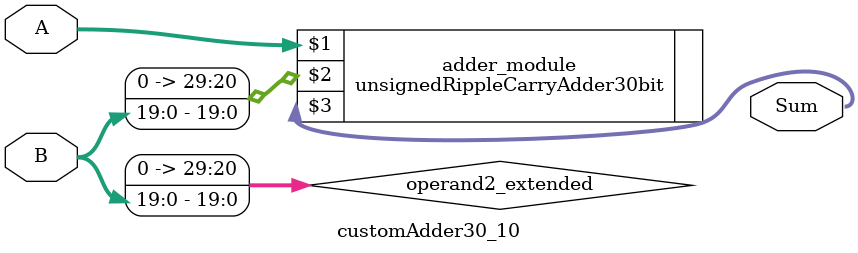
<source format=v>

module customAdder30_10(
                    input [29 : 0] A,
                    input [19 : 0] B,
                    
                    output [30 : 0] Sum
            );

    wire [29 : 0] operand2_extended;
    
    assign operand2_extended =  {10'b0, B};
    
    unsignedRippleCarryAdder30bit adder_module(
        A,
        operand2_extended,
        Sum
    );
    
endmodule
        
</source>
